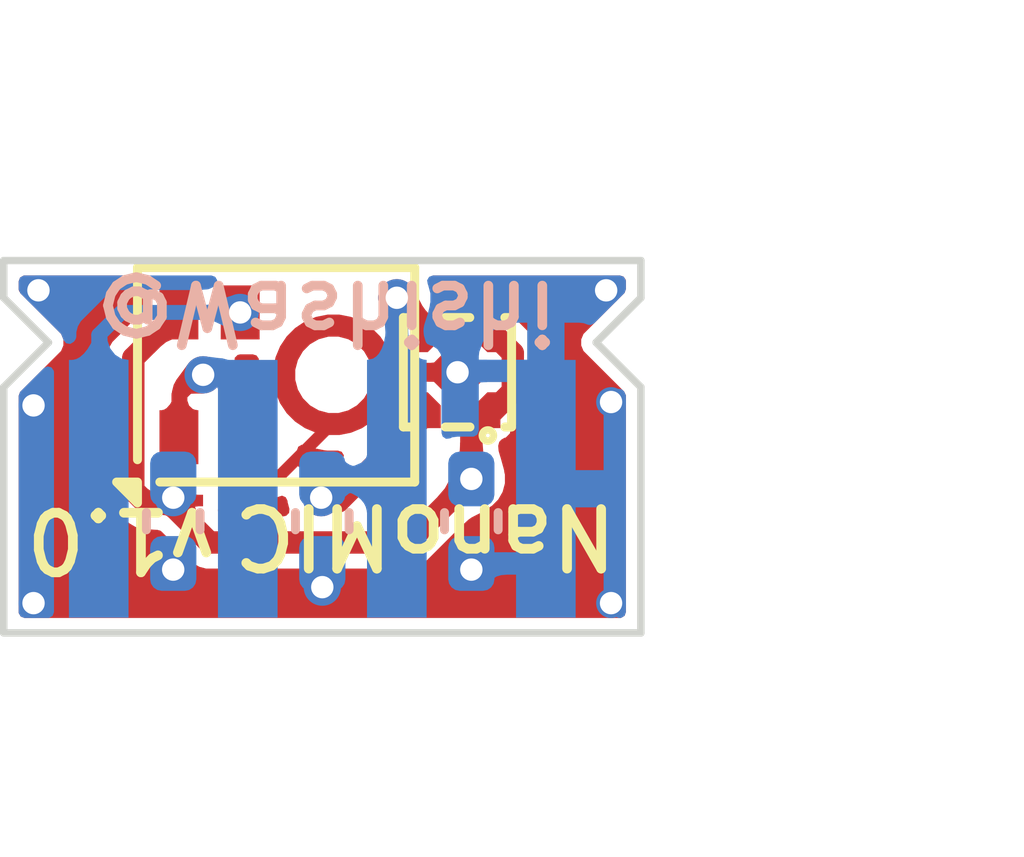
<source format=kicad_pcb>
(kicad_pcb (version 20241229) (generator "pcbnew") (generator_version "9.0")
  (layers (0 "F.Cu" signal) (2 "B.Cu" signal) (13 "F.Paste" user) (15 "B.Paste" user) (5 "F.SilkS" user "F.Silkscreen") (7 "B.SilkS" user "B.Silkscreen") (1 "F.Mask" user) (3 "B.Mask" user) (25 "Edge.Cuts" user))
  (net 0 "")
  (net 1 "/5V")
  (net 2 "/GND")
  (net 3 "/SDA")
  (net 4 "/SCL")
  (net 5 "/3.3V")
  (footprint "Sensor_Audio:Knowles_LGA-5_3.5x2.65mm" (layer "F.Cu") (at 99.38 99.0344 90)
    (property "Reference" "MIC1" (hide yes))
    (property "Value" "SPH0641LM4H-1" (hide yes))
    (fp_line (start 1.44 -1.86) (end 1.44 1.86) (stroke (width 0.12)) (layer "F.SilkS"))
    (fp_line (start -1.14 -1.86) (end 1.44 -1.86) (stroke (width 0.12)) (layer "F.SilkS"))
    (fp_line (start 1.44 1.86) (end -1.44 1.86) (stroke (width 0.12)) (layer "F.SilkS"))
    (fp_line (start -1.44 1.86) (end -1.44 -1.56) (stroke (width 0.12)) (layer "F.SilkS"))
    (fp_poly (pts (xy -1.44 -1.86) (xy -1.72 -1.86) (xy -1.44 -2.14) (xy -1.44 -1.86)) (stroke (width 0.12)) (fill yes) (layer "F.SilkS"))
    (pad "" np_thru_hole circle (at 0 0.77 90) (size 0.5 0.5) (drill 0.5) (layers "*.Cu" "*.Mask"))
    (pad "1" smd rect (at -0.8375 -1.304 90) (size 0.725 0.522) (layers "F.Cu" "F.Mask" "F.Paste") (net 3 "/SDA"))
    (pad "2" smd rect (at -0.8375 -0.482 90) (size 0.725 0.522) (layers "F.Cu" "F.Mask" "F.Paste") (net 2 "/GND"))
    (pad "3" smd custom (at 0 1.4325 90) (size 0.3 0.3) (layers "F.Cu" "F.Mask") (net 2 "/GND") (options (clearance outline) (anchor circle)) (primitives (gr_circle (center 0 -0.6625) (end 0.6625 -0.6625) (width 0.3) (fill no))))
    (pad "4" smd rect (at 0.8375 -0.482 90) (size 0.725 0.522) (layers "F.Cu" "F.Mask" "F.Paste") (net 4 "/SCL"))
    (pad "5" smd rect (at 0.8375 -1.304 90) (size 0.725 0.522) (layers "F.Cu" "F.Mask" "F.Paste") (net 5 "/3.3V"))
  )
  (footprint "Library:OnSemi_XDFN4-1.2x1.2,0.8P" (layer "F.Cu") (at 101.815 99 90)
    (property "Reference" "U1" (hide yes))
    (property "Value" "NCP171AMX330325TCG" (hide yes))
    (fp_line (start -0.735 -0.727) (end 0.735 -0.727) (stroke (width 0.12)) (layer "F.SilkS"))
    (fp_line (start -0.735 -0.637) (end -0.735 -0.727) (stroke (width 0.12)) (layer "F.SilkS"))
    (fp_line (start 0.733 -0.636) (end 0.733 -0.726) (stroke (width 0.12)) (layer "F.SilkS"))
    (fp_line (start 0.735 -0.165) (end 0.735 0.164) (stroke (width 0.12)) (layer "F.SilkS"))
    (fp_line (start -0.735 -0.1625) (end -0.735 0.1665) (stroke (width 0.12)) (layer "F.SilkS"))
    (fp_line (start 0.735 0.725) (end 0.735 0.635) (stroke (width 0.12)) (layer "F.SilkS"))
    (fp_line (start -0.735 0.725) (end -0.735 0.635) (stroke (width 0.12)) (layer "F.SilkS"))
    (fp_line (start -0.735 0.725) (end 0.735 0.725) (stroke (width 0.12)) (layer "F.SilkS"))
    (fp_circle (center -0.849 0.407) (end -0.849 0.382) (stroke (width 0.1)) (fill no) (layer "F.SilkS"))
    (pad "1" smd custom (at -0.5975 0.4 90) (size 0.305 0.35) (layers "F.Cu" "F.Mask" "F.Paste") (net 5 "/3.3V") (options (clearance outline) (anchor rect)) (primitives (gr_poly (pts (xy -0.1525 -0.175) (xy -0.1525 0.175) (xy 0.3275 0.175) (xy 0.3275 0) (xy 0.1525 -0.175)) (width 0) (fill yes)) (gr_line (start 0.3275 0.175) (end 0.3275 0) (width 0.001)) (gr_line (start 0.1525 -0.175) (end 0.3275 0) (width 0.001)) (gr_line (start 0.1525 0.175) (end 0.3275 0.175) (width 0.001))))
    (pad "2" smd custom (at 0.5975 0.4 90) (size 0.305 0.35) (layers "F.Cu" "F.Mask" "F.Paste") (net 5 "/3.3V") (options (clearance outline) (anchor rect)) (primitives (gr_poly (pts (xy 0.1525 -0.175) (xy 0.1525 0.175) (xy -0.3275 0.175) (xy -0.3275 0) (xy -0.1525 -0.175)) (width 0) (fill yes)) (gr_line (start -0.3275 0.175) (end -0.3275 0) (width 0.001)) (gr_line (start -0.1525 -0.175) (end -0.3275 0) (width 0.001)) (gr_line (start -0.1525 0.175) (end -0.3275 0.175) (width 0.001))))
    (pad "3" smd custom (at 0.5975 -0.4 270) (size 0.305 0.35) (layers "F.Cu" "F.Mask" "F.Paste") (net 1 "/5V") (options (clearance outline) (anchor rect)) (primitives (gr_poly (pts (xy -0.1525 -0.175) (xy -0.1525 0.175) (xy 0.3275 0.175) (xy 0.3275 0) (xy 0.1525 -0.175)) (width 0) (fill yes)) (gr_line (start 0.3275 0.175) (end 0.3275 0) (width 0.001)) (gr_line (start 0.1525 -0.175) (end 0.3275 0) (width 0.001)) (gr_line (start 0.1525 0.175) (end 0.3275 0.175) (width 0.001))))
    (pad "4" smd custom (at -0.5975 -0.4 90) (size 0.305 0.35) (layers "F.Cu" "F.Mask" "F.Paste") (net 1 "/5V") (options (clearance outline) (anchor rect)) (primitives (gr_poly (pts (xy -0.1525 0.175) (xy -0.1525 -0.175) (xy 0.3275 -0.175) (xy 0.3275 0) (xy 0.1525 0.175)) (width 0) (fill yes)) (gr_line (start 0.3275 -0.175) (end 0.3275 0) (width 0.001)) (gr_line (start 0.1525 0.175) (end 0.3275 0) (width 0.001)) (gr_line (start 0.1525 -0.175) (end 0.3275 -0.175) (width 0.001))))
    (pad "5" smd custom (at 0 0 135) (size 0.63 0.63) (layers "F.Cu" "F.Mask" "F.Paste") (net 2 "/GND") (options (clearance outline) (anchor rect)) (primitives (gr_line (start 0.494975 -0.318198) (end 0.314663 -0.137886) (width 0.001)) (gr_line (start 0.494975 -0.318198) (end 0.318198 -0.494975) (width 0.001)) (gr_line (start 0.318198 -0.494975) (end 0.137886 -0.314663) (width 0.001)) (gr_poly (pts (xy -0.315 0.315) (xy 0.315 0.315) (xy 0.314663 -0.137886) (xy 0.494975 -0.318198) (xy 0.318198 -0.494975) (xy 0.137886 -0.314663) (xy -0.315 -0.315)) (width 0) (fill yes)) (gr_poly (pts (xy -0.315 0.315) (xy -0.315 -0.315) (xy 0.137886 -0.314663) (xy 0.318198 -0.494975) (xy 0.494975 -0.318198) (xy 0.314663 -0.137886) (xy 0.315 0.315)) (width 0) (fill yes))))
  )
  (footprint "Capacitor_SMD:C_0402_1005Metric_Pad0.74x0.62mm_HandSolder" (layer "B.Cu") (at 102 101 -90)
    (property "Reference" "C3" (hide yes))
    (property "Value" "1uF")
    (fp_line (start -0.115835 0.36) (end 0.115835 0.36) (stroke (width 0.12)) (layer "B.SilkS"))
    (fp_line (start -0.115835 -0.36) (end 0.115835 -0.36) (stroke (width 0.12)) (layer "B.SilkS"))
    (pad "1" smd roundrect (at -0.5675 0 270) (size 0.735 0.62) (layers "B.Cu" "B.Mask" "B.Paste") (net 5 "/3.3V"))
    (pad "2" smd roundrect (at 0.5675 0 270) (size 0.735 0.62) (layers "B.Cu" "B.Mask" "B.Paste") (net 2 "/GND"))
  )
  (footprint "Library:CardEdge_1x04_P2.00mm" (layer "B.Cu") (at 103 100.5644 90)
    (property "Reference" "J1" (hide yes))
    (property "Value" "Conn_01x04_Socket" (hide yes))
    (pad "1" connect rect (at 0 -6 90) (size 3.46 0.8) (layers "B.Cu" "B.Mask") (net 4 "/SCL"))
    (pad "2" connect rect (at 0 -4 90) (size 3.46 0.8) (layers "B.Cu" "B.Mask") (net 3 "/SDA"))
    (pad "3" connect rect (at 0 -2 90) (size 3.46 0.8) (layers "B.Cu" "B.Mask") (net 1 "/5V"))
    (pad "4" connect rect (at 0 0 90) (size 3.46 0.8) (layers "B.Cu" "B.Mask") (net 2 "/GND"))
  )
  (footprint "Capacitor_SMD:C_0402_1005Metric_Pad0.74x0.62mm_HandSolder" (layer "B.Cu") (at 100 101 -90)
    (property "Reference" "C1" (hide yes))
    (property "Value" "1uF")
    (fp_line (start -0.115835 0.36) (end 0.115835 0.36) (stroke (width 0.12)) (layer "B.SilkS"))
    (fp_line (start -0.115835 -0.36) (end 0.115835 -0.36) (stroke (width 0.12)) (layer "B.SilkS"))
    (pad "1" smd roundrect (at -0.5675 0 270) (size 0.735 0.62) (layers "B.Cu" "B.Mask" "B.Paste") (net 1 "/5V"))
    (pad "2" smd roundrect (at 0.5675 0 270) (size 0.735 0.62) (layers "B.Cu" "B.Mask" "B.Paste") (net 2 "/GND"))
  )
  (footprint "Capacitor_SMD:C_0402_1005Metric_Pad0.74x0.62mm_HandSolder" (layer "B.Cu") (at 98 101 -90)
    (property "Reference" "C2" (hide yes))
    (property "Value" "0.1uF")
    (fp_line (start -0.115835 0.36) (end 0.115835 0.36) (stroke (width 0.12)) (layer "B.SilkS"))
    (fp_line (start -0.115835 -0.36) (end 0.115835 -0.36) (stroke (width 0.12)) (layer "B.SilkS"))
    (pad "1" smd roundrect (at -0.5675 0 270) (size 0.735 0.62) (layers "B.Cu" "B.Mask" "B.Paste") (net 5 "/3.3V"))
    (pad "2" smd roundrect (at 0.5675 0 270) (size 0.735 0.62) (layers "B.Cu" "B.Mask" "B.Paste") (net 2 "/GND"))
  )
  (gr_rect (start 98.641429 100.64) (end 98.801429 100.8) (stroke (width 0.0001)) (fill yes) (layer "F.Cu") (net 2))
  (gr_rect (start 98.25 100.644861) (end 98.4 100.8) (stroke (width 0.0001)) (fill yes) (layer "F.Cu") (net 5))
  (gr_rect (start 99.0367 100.64) (end 99.1933 100.8) (stroke (width 0.0001)) (fill yes) (layer "F.Cu") (net 2))
  (gr_line (start 104.275 98.000081) (end 104.275 97.5) (stroke (width 0.1)) (layer "Edge.Cuts"))
  (gr_line (start 95.725 102.5) (end 104.275 102.5) (stroke (width 0.1)) (layer "Edge.Cuts"))
  (gr_line (start 95.725 97.5) (end 95.725 98) (stroke (width 0.1)) (layer "Edge.Cuts"))
  (gr_line (start 104.275 97.5) (end 95.725 97.5) (stroke (width 0.1)) (layer "Edge.Cuts"))
  (gr_line (start 104.275 102.5) (end 104.274988 99.200081) (stroke (width 0.1)) (layer "Edge.Cuts"))
  (gr_line (start 104.275 98.000081) (end 103.67502 98.600081) (stroke (width 0.1)) (layer "Edge.Cuts"))
  (gr_line (start 95.725 99.2) (end 95.725 102.5) (stroke (width 0.1)) (layer "Edge.Cuts"))
  (gr_line (start 95.725 99.2) (end 96.325 98.6) (stroke (width 0.1)) (layer "Edge.Cuts"))
  (gr_line (start 95.725 98) (end 96.325 98.6) (stroke (width 0.1)) (layer "Edge.Cuts"))
  (gr_line (start 104.274988 99.200081) (end 103.674988 98.600081) (stroke (width 0.1)) (layer "Edge.Cuts"))
  (gr_text "" (at 101.014197 99.485595 90) (layer "F.SilkS") (effects (font (size 1.27 1.27))))
  (gr_text "v1.0" (at 97.3 101.25 180) (layer "F.SilkS") (effects (font (size 0.8 0.8) (thickness 0.13))))
  (gr_text "" (at 101.014197 99.485595 90) (layer "F.SilkS") (effects (font (size 1.27 1.27))))
  (gr_text "" (at 101.014197 101.485595 90) (layer "F.SilkS") (effects (font (size 1.27 1.27))))
  (gr_text "NanoMIC" (at 101.38 101.2 180) (layer "F.SilkS") (effects (font (size 0.8 0.8) (thickness 0.13))))
  (gr_text "" (at 101.014197 101.485595 90) (layer "F.SilkS") (effects (font (size 1.27 1.27))))
  (gr_text "" (at 101.014197 101.485595 90) (layer "F.SilkS") (effects (font (size 1.27 1.27))))
  (gr_text "" (at 101.014197 101.485595 90) (layer "F.SilkS") (effects (font (size 1.27 1.27))))
  (gr_text "@Washishi" (at 100.056828 98.2 180) (layer "B.SilkS") (effects (font (size 0.8 0.8) (thickness 0.13)) (justify mirror)))
  (segment (start 99.984849 100.75) (end 100 100.734849) (width 0.3) (layer "F.Cu") (net 1))
  (segment (start 100.215151 100.734849) (end 101.3525 99.5975) (width 0.3) (layer "F.Cu") (net 1))
  (segment (start 101.4025 98.4025) (end 101 98) (width 0.3) (layer "F.Cu") (net 1))
  (segment (start 101.3525 99.5975) (end 101.415 99.5975) (width 0.3) (layer "F.Cu") (net 1))
  (segment (start 101.415 98.4025) (end 101.4025 98.4025) (width 0.3) (layer "F.Cu") (net 1))
  (segment (start 100 100.734849) (end 100.215151 100.734849) (width 0.3) (layer "F.Cu") (net 1))
  (via (at 99.984849 100.684402) (size 0.5) (drill 0.3) (layers "F.Cu" "B.Cu") (net 1))
  (via (at 101 98) (size 0.5) (drill 0.3) (layers "F.Cu" "B.Cu") (net 1))
  (segment (start 99.984849 100.75) (end 100 100.734849) (width 0.3) (layer "B.Cu") (net 1))
  (segment (start 100 100.734849) (end 100 100.4469) (width 0.3) (layer "B.Cu") (net 1))
  (segment (start 101 98) (end 101 100.5644) (width 0.3) (layer "B.Cu") (net 1))
  (segment (start 100.0144 100.4325) (end 100.8681 100.4325) (width 0.3) (layer "B.Cu") (net 1))
  (segment (start 100 100.4469) (end 100.0144 100.4325) (width 0.3) (layer "B.Cu") (net 1))
  (segment (start 100.8681 100.4325) (end 101 100.5644) (width 0.3) (layer "B.Cu") (net 1))
  (segment (start 101.815 99) (end 100.8469 99) (width 0.25) (layer "F.Cu") (net 2))
  (segment (start 98.329996 101.9) (end 101.6675 101.9) (width 0.3) (layer "F.Cu") (net 2))
  (segment (start 100.8125 99.221842) (end 100.8125 99.0344) (width 0.3) (layer "F.Cu") (net 2))
  (segment (start 100.8469 99) (end 100.8125 99.0344) (width 0.2) (layer "F.Cu") (net 2))
  (segment (start 99.1377 100.681608) (end 100.119308 99.7) (width 0.16) (layer "F.Cu") (net 2))
  (segment (start 98.72 99.993385) (end 98.72 100.626614) (width 0.16) (layer "F.Cu") (net 2))
  (segment (start 98.73 100.72) (end 99.03 100.72) (width 0.16) (layer "F.Cu") (net 2))
  (segment (start 98.825 99.9449) (end 98.898 99.8719) (width 0.1) (layer "F.Cu") (net 2))
  (segment (start 101.6675 101.9) (end 102 101.5675) (width 0.3) (layer "F.Cu") (net 2))
  (segment (start 97.999081 101.569085) (end 98.329996 101.9) (width 0.3) (layer "F.Cu") (net 2))
  (via (at 96.125 99.445343) (size 0.4) (drill 0.3) (layers "F.Cu" "B.Cu") (net 2))
  (via (at 103.874998 102.1) (size 0.4) (drill 0.3) (layers "F.Cu" "B.Cu") (net 2))
  (via (at 103.809 97.9) (size 0.4) (drill 0.3) (layers "F.Cu" "B.Cu") (net 2))
  (via (at 96.125 102.1) (size 0.4) (drill 0.3) (layers "F.Cu" "B.Cu") (net 2))
  (via (at 101.815 99) (size 0.4) (drill 0.3) (layers "F.Cu" "B.Cu") (net 2))
  (via (at 100 101.885402) (size 0.5) (drill 0.3) (layers "F.Cu" "B.Cu") (net 2))
  (via (at 96.191 97.9) (size 0.4) (drill 0.3) (layers "F.Cu" "B.Cu") (net 2))
  (via (at 102 101.65) (size 0.5) (drill 0.3) (layers "F.Cu" "B.Cu") (net 2))
  (via (at 97.999081 101.65) (size 0.5) (drill 0.3) (layers "F.Cu" "B.Cu") (net 2))
  (via (at 103.874988 99.4) (size 0.4) (drill 0.3) (layers "F.Cu" "B.Cu") (net 2))
  (segment (start 103.0675 100.4969) (end 103 100.4294) (width 0.2) (layer "B.Cu") (net 2))
  (segment (start 102.9325 101.5675) (end 103 101.5) (width 0.3) (layer "B.Cu") (net 2))
  (segment (start 96.125 99.445343) (end 96.125 102.1) (width 0.2) (layer "B.Cu") (net 2))
  (segment (start 101.833212 98.981788) (end 102.981788 98.981788) (width 0.3) (layer "B.Cu") (net 2))
  (segment (start 103.874998 99.40001) (end 103.874988 99.4) (width 0.2) (layer "B.Cu") (net 2))
  (segment (start 102.981788 98.981788) (end 103 99) (width 0.3) (layer "B.Cu") (net 2))
  (segment (start 103.874988 102.09999) (end 103.874998 102.1) (width 0.2) (layer "B.Cu") (net 2))
  (segment (start 101.815 99) (end 101.833212 98.981788) (width 0.3) (layer "B.Cu") (net 2))
  (segment (start 103.874988 99.4) (end 103.874988 102.09999) (width 0.2) (layer "B.Cu") (net 2))
  (segment (start 102 101.5675) (end 102.9325 101.5675) (width 0.3) (layer "B.Cu") (net 2))
  (segment (start 98.076 99.3094) (end 98.076 99.8719) (width 0.2) (layer "F.Cu") (net 3))
  (segment (start 98.400998 98.984402) (end 98.076 99.3094) (width 0.2) (layer "F.Cu") (net 3))
  (via (at 98.400998 99.0344) (size 0.5) (drill 0.3) (layers "F.Cu" "B.Cu") (net 3))
  (segment (start 98.400998 98.984402) (end 98.784402 98.984402) (width 0.2) (layer "B.Cu") (net 3))
  (segment (start 98.784402 98.984402) (end 98.8 99) (width 0.2) (layer "B.Cu") (net 3))
  (via (at 98.898 98.1969) (size 0.5) (drill 0.3) (layers "F.Cu" "B.Cu") (net 4))
  (segment (start 97 100.5644) (end 97 98.5) (width 0.2) (layer "B.Cu") (net 4))
  (segment (start 97.3031 98.1969) (end 98.898 98.1969) (width 0.2) (layer "B.Cu") (net 4))
  (segment (start 97 98.5) (end 97.3031 98.1969) (width 0.2) (layer "B.Cu") (net 4))
  (segment (start 97.464 98.8089) (end 98.076 98.1969) (width 0.3) (layer "F.Cu") (net 5))
  (segment (start 98.028943 100.722585) (end 98.311056 100.722585) (width 0.16) (layer "F.Cu") (net 5))
  (segment (start 98.485402 101.285402) (end 101.147098 101.285402) (width 0.3) (layer "F.Cu") (net 5))
  (segment (start 97.934402 100.75) (end 97.6286 100.75) (width 0.3) (layer "F.Cu") (net 5))
  (segment (start 98 100.8) (end 98.485402 101.285402) (width 0.3) (layer "F.Cu") (net 5))
  (segment (start 102.556477 99.256023) (end 102.215 99.5975) (width 0.3) (layer "F.Cu") (net 5))
  (segment (start 98 100.684402) (end 98.065598 100.75) (width 0.2) (layer "F.Cu") (net 5))
  (segment (start 101.147098 101.285402) (end 102 100.4325) (width 0.3) (layer "F.Cu") (net 5))
  (segment (start 102 100.4325) (end 102 99.8125) (width 0.3) (layer "F.Cu") (net 5))
  (segment (start 102 99.8125) (end 102.215 99.5975) (width 0.3) (layer "F.Cu") (net 5))
  (segment (start 102.215 98.4025) (end 102.556477 98.743977) (width 0.3) (layer "F.Cu") (net 5))
  (segment (start 97.464 100.5854) (end 97.464 98.8089) (width 0.3) (layer "F.Cu") (net 5))
  (segment (start 98 100.684402) (end 98 100.8) (width 0.3) (layer "F.Cu") (net 5))
  (segment (start 102.556477 98.743977) (end 102.556477 99.256023) (width 0.3) (layer "F.Cu") (net 5))
  (segment (start 97.6286 100.75) (end 97.464 100.5854) (width 0.3) (layer "F.Cu") (net 5))
  (segment (start 98 100.684402) (end 97.934402 100.75) (width 0.3) (layer "F.Cu") (net 5))
  (via (at 98 100.684402) (size 0.5) (drill 0.3) (layers "F.Cu" "B.Cu") (net 5))
  (via (at 102 100.4325) (size 0.5) (drill 0.3) (layers "F.Cu" "B.Cu") (net 5))
  (zone (net 2) (net_name "/GND") (layers "F.Cu" "B.Cu") (connect_pads (clearance 0.2)) (min_thickness 0.16) (fill yes (thermal_gap 0.5) (thermal_bridge_width 0.5))
    (polygon (pts (xy 95.7 97.5) (xy 104.3 97.5) (xy 104.3 98) (xy 103.7 98.6) (xy 104.3 99.2) (xy 104.3 102.5) (xy 95.7 102.5) (xy 95.7 99.2) (xy 96.3 98.6) (xy 95.7 98)))
  )
)
</source>
